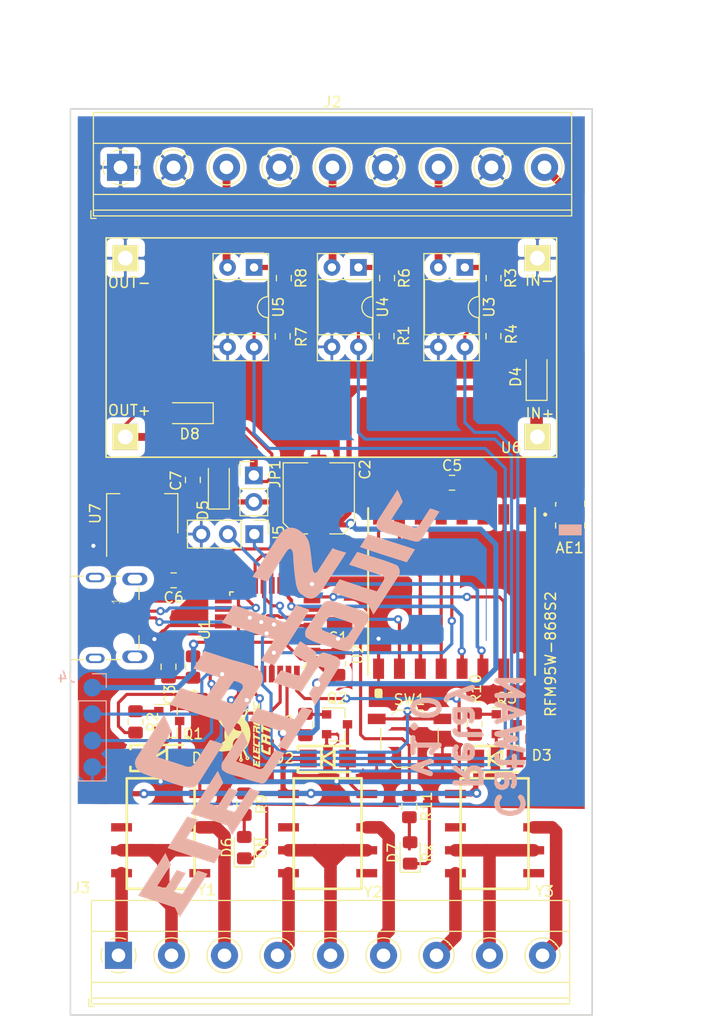
<source format=kicad_pcb>
(kicad_pcb (version 20221018) (generator pcbnew)
  (title_block (title "CatWAN Relay") (date "2020-10-18") (rev "1.0") (company "Electronic Cats") (comment 1 "Eduardo Contreras"))
  (layers (0 "F.Cu" signal) (31 "B.Cu" signal) (34 "B.Paste" user) (35 "F.Paste" user) (36 "B.SilkS" user "B.Silkscreen") (37 "F.SilkS" user "F.Silkscreen") (38 "B.Mask" user) (39 "F.Mask" user) (44 "Edge.Cuts" user))
  (net 0 "")
  (net 1 "GND")
  (net 2 "Net-(AE1-Pad1)")
  (net 3 "+3V3")
  (net 4 "Net-(C3-Pad1)")
  (net 5 "Net-(D1-Pad2)")
  (net 6 "Net-(D2-Pad2)")
  (net 7 "Net-(D3-Pad2)")
  (net 8 "+24V")
  (net 9 "Net-(D4-Pad2)")
  (net 10 "/SWDIO")
  (net 11 "/SWCLK")
  (net 12 "/Tx")
  (net 13 "/Rx")
  (net 14 "Net-(JP1-Pad1)")
  (net 15 "Net-(Q1-Pad1)")
  (net 16 "Net-(Q2-Pad1)")
  (net 17 "Net-(Q3-Pad1)")
  (net 18 "/DI2")
  (net 19 "/DO1")
  (net 20 "Net-(R3-Pad1)")
  (net 21 "/IA2")
  (net 22 "/DI1")
  (net 23 "/DO2")
  (net 24 "Net-(R6-Pad1)")
  (net 25 "/IB2")
  (net 26 "/DI3")
  (net 27 "Net-(R8-Pad1)")
  (net 28 "/IC2")
  (net 29 "/DO3")
  (net 30 "/RST")
  (net 31 "/DIO0")
  (net 32 "/DIO1")
  (net 33 "/DIO2")
  (net 34 "/DIO5")
  (net 35 "/SS")
  (net 36 "/MOSI")
  (net 37 "/SCK")
  (net 38 "/MISO")
  (net 39 "/RFM_RST")
  (net 40 "Net-(U2-Pad11)")
  (net 41 "Net-(U2-Pad12)")
  (net 42 "/NC1")
  (net 43 "/COM1")
  (net 44 "/NO1")
  (net 45 "/NC2")
  (net 46 "/COM2")
  (net 47 "/NO2")
  (net 48 "/NC3")
  (net 49 "/COM3")
  (net 50 "/NO3")
  (net 51 "Net-(Y1-Pad7)")
  (net 52 "Net-(Y1-Pad4)")
  (net 53 "Net-(Y2-Pad7)")
  (net 54 "Net-(Y2-Pad4)")
  (net 55 "Net-(Y3-Pad7)")
  (net 56 "Net-(Y3-Pad4)")
  (net 57 "Net-(U1-Pad4)")
  (net 58 "Net-(U1-Pad11)")
  (net 59 "Net-(U1-Pad12)")
  (net 60 "Net-(U1-Pad27)")
  (net 61 "VBUS")
  (net 62 "Net-(C7-Pad1)")
  (net 63 "/D-")
  (net 64 "/D+")
  (net 65 "Net-(D6-Pad2)")
  (net 66 "Net-(D7-Pad2)")
  (net 67 "/Rx_LED")
  (net 68 "Net-(D8-Pad1)")
  (net 69 "Net-(D8-Pad2)")
  (footprint "Capacitor_SMD:C_Elec_6.3x7.7" (layer "F.Cu") (at 141.4 102.15 90)
    (fp_text reference "C2")
    (fp_text value "470uF")
  )
  (footprint "Capacitor_SMD:C_0805_2012Metric_Pad1.15x1.40mm_HandSolder" (layer "F.Cu") (at 154.175 100.65)
    (fp_text reference "C5")
    (fp_text value "0.1uF")
  )
  (footprint "Capacitor_SMD:C_0805_2012Metric_Pad1.15x1.40mm_HandSolder" (layer "F.Cu") (at 127.493 110.01 180)
    (fp_text reference "C6")
    (fp_text value "10uF")
  )
  (footprint "Capacitor_SMD:C_0805_2012Metric_Pad1.15x1.40mm_HandSolder" (layer "F.Cu") (at 129.336 100.378 -90)
    (fp_text reference "C7")
    (fp_text value "10uF")
  )
  (footprint "agroin:F4007" (layer "F.Cu") (at 124.35 127)
    (fp_text reference "D1")
    (fp_text value "FM4007W-W")
  )
  (footprint "agroin:F4007" (layer "F.Cu") (at 140.4 127.1)
    (fp_text reference "D2")
    (fp_text value "FM4007W-W")
  )
  (footprint "agroin:F4007" (layer "F.Cu") (at 156.45 127.1)
    (fp_text reference "D3")
    (fp_text value "FM4007W-W")
  )
  (footprint "Diode_SMD:D_SOD-123" (layer "F.Cu") (at 162.275 90.5 90)
    (fp_text reference "D4")
    (fp_text value "FM4007W-W")
  )
  (footprint "Diode_SMD:D_SOD-123" (layer "F.Cu") (at 131.82 100.922 90)
    (fp_text reference "D5")
    (fp_text value "MBR120")
  )
  (footprint "LED_SMD:LED_0805_2012Metric_Pad1.15x1.40mm_HandSolder" (layer "F.Cu") (at 134.258 135.648 90)
    (fp_text reference "D6")
    (fp_text value "ON")
  )
  (footprint "LED_SMD:LED_0805_2012Metric_Pad1.15x1.40mm_HandSolder" (layer "F.Cu") (at 150.157 136.156 90)
    (fp_text reference "D7")
    (fp_text value "Rx")
  )
  (footprint "TerminalBlock_Phoenix:TerminalBlock_Phoenix_MKDS-1,5-9-5.08_1x09_P5.08mm_Horizontal" (layer "F.Cu") (at 122.4 70.4)
    (fp_text reference "J2")
    (fp_text value "INPUTS")
  )
  (footprint "TerminalBlock_Phoenix:TerminalBlock_Phoenix_MKDS-1,5-9-5.08_1x09_P5.08mm_Horizontal" (layer "F.Cu") (at 122.205 145.975)
    (fp_text reference "J3")
    (fp_text value "OUTPUTS")
  )
  (footprint "Connector_PinHeader_2.54mm:PinHeader_1x03_P2.54mm_Vertical" (layer "F.Cu") (at 135.226 105.576 -90)
    (fp_text reference "J5")
    (fp_text value "Serial")
  )
  (footprint "Connector_PinHeader_2.54mm:PinHeader_1x02_P2.54mm_Vertical" (layer "F.Cu") (at 135.178 99.95)
    (fp_text reference "JP1")
    (fp_text value "ADJ")
  )
  (footprint "Package_TO_SOT_SMD:SOT-23" (layer "F.Cu") (at 143.154 123.82)
    (fp_text reference "Q2")
    (fp_text value "MMBT2222A")
  )
  (footprint "Resistor_SMD:R_0805_2012Metric_Pad1.15x1.40mm_HandSolder" (layer "F.Cu") (at 147.9 86.585 90)
    (fp_text reference "R1")
    (fp_text value "10K")
  )
  (footprint "Resistor_SMD:R_0805_2012Metric_Pad1.15x1.40mm_HandSolder" (layer "F.Cu") (at 123.838 123.59 -90)
    (fp_text reference "R2")
    (fp_text value "1K")
  )
  (footprint "Resistor_SMD:R_0805_2012Metric_Pad1.15x1.40mm_HandSolder" (layer "F.Cu") (at 158.15 81.025 -90)
    (fp_text reference "R3")
    (fp_text value "330R")
  )
  (footprint "Resistor_SMD:R_0805_2012Metric_Pad1.15x1.40mm_HandSolder" (layer "F.Cu") (at 158.14 86.595 90)
    (fp_text reference "R4")
    (fp_text value "10K")
  )
  (footprint "Resistor_SMD:R_0805_2012Metric_Pad1.15x1.40mm_HandSolder" (layer "F.Cu") (at 140.12 123.84 -90)
    (fp_text reference "R5")
    (fp_text value "1K")
  )
  (footprint "Resistor_SMD:R_0805_2012Metric_Pad1.15x1.40mm_HandSolder" (layer "F.Cu") (at 147.95 81.025 -90)
    (fp_text reference "R6")
    (fp_text value "330R")
  )
  (footprint "Resistor_SMD:R_0805_2012Metric_Pad1.15x1.40mm_HandSolder" (layer "F.Cu") (at 137.94 86.605 90)
    (fp_text reference "R7")
    (fp_text value "10K")
  )
  (footprint "Resistor_SMD:R_0805_2012Metric_Pad1.15x1.40mm_HandSolder" (layer "F.Cu") (at 138.05 81.025 -90)
    (fp_text reference "R8")
    (fp_text value "330R")
  )
  (footprint "Resistor_SMD:R_0805_2012Metric_Pad1.15x1.40mm_HandSolder" (layer "F.Cu") (at 134.268 131.478 -90)
    (fp_text reference "R9")
    (fp_text value "120R")
  )
  (footprint "Resistor_SMD:R_0805_2012Metric_Pad1.15x1.40mm_HandSolder" (layer "F.Cu") (at 156.342 123.799 -90)
    (fp_text reference "R10")
    (fp_text value "1K")
  )
  (footprint "Resistor_SMD:R_0805_2012Metric_Pad1.15x1.40mm_HandSolder" (layer "F.Cu") (at 150.082 131.706 -90)
    (fp_text reference "R11")
    (fp_text value "120R")
  )
  (footprint "Button_Switch_SMD:SW_SPST_TL3342" (layer "F.Cu") (at 150.1 125.2)
    (fp_text reference "SW1")
    (fp_text value "RST")
  )
  (footprint "Package_QFP:TQFP-32_7x7mm_P0.8mm" (layer "F.Cu") (at 136.5 114.75 90)
    (fp_text reference "U1")
    (fp_text value "ATSAMD21E")
  )
  (footprint "agroin:RFM95W" (layer "F.Cu") (at 154.132 111.086 90)
    (fp_text reference "U2")
    (fp_text value "RFM95W-868S2")
  )
  (footprint "Package_DIP:DIP-4_W7.62mm_Socket" (layer "F.Cu") (at 155.4 80 -90)
    (fp_text reference "U3")
    (fp_text value "LTV-817")
  )
  (footprint "Package_DIP:DIP-4_W7.62mm_Socket" (layer "F.Cu") (at 145.2 80 -90)
    (fp_text reference "U4")
    (fp_text value "LTV-817")
  )
  (footprint "Package_DIP:DIP-4_W7.62mm_Socket" (layer "F.Cu") (at 135.2 80 -90)
    (fp_text reference "U5")
    (fp_text value "LTV-817")
  )
  (footprint "agroin:LM2596DC-DC" (layer "F.Cu") (at 164.2 98.2 180)
    (fp_text reference "U6")
    (fp_text value "LM2596_DC-DC")
  )
  (footprint "Package_TO_SOT_SMD:SOT-223-3_TabPin2" (layer "F.Cu") (at 124.482 103.61 90)
    (fp_text reference "U7")
    (fp_text value "AP2114H-3.3TRG1")
  )
  (footprint "agroin:UD2-3NU" (layer "F.Cu") (at 123 129)
    (fp_text reference "Y1")
    (fp_text value "UD2-3NU")
  )
  (footprint "agroin:UD2-3NU" (layer "F.Cu") (at 139 129)
    (fp_text reference "Y2")
    (fp_text value "UD2-3NU")
  )
  (footprint "agroin:UD2-3NU" (layer "F.Cu") (at 155 129)
    (fp_text reference "Y3")
    (fp_text value "UD2-3NU")
  )
  (footprint "USB:629105150521" (layer "F.Cu") (at 122.724 113.614 -90)
    (fp_text reference "J10")
    (fp_text value "USB_B")
  )
  (footprint "Package_TO_SOT_SMD:SOT-23" (layer "F.Cu") (at 159.416 123.806)
    (fp_text reference "Q3")
    (fp_text value "MMBT2222A")
  )
  (footprint "Capacitor_SMD:C_0805_2012Metric_Pad1.15x1.40mm_HandSolder" (layer "F.Cu") (at 127 118.3 -90)
    (fp_text reference "C3")
    (fp_text value "1uF")
  )
  (footprint "Capacitor_SMD:C_0805_2012Metric_Pad1.15x1.40mm_HandSolder" (layer "F.Cu") (at 129.35 118.325 -90)
    (fp_text reference "C4")
    (fp_text value "0.1uF")
  )
  (footprint "Connectors:MOLEX_1661" (layer "F.Cu") (at 165.5 103.7 -90)
    (fp_text reference "AE1")
    (fp_text value "Antenna_Shield")
  )
  (footprint "Capacitor_SMD:C_0805_2012Metric_Pad1.15x1.40mm_HandSolder" (layer "F.Cu") (at 143.25 118.05 90)
    (fp_text reference "C1")
    (fp_text value "0.1uF")
  )
  (footprint "Diode_SMD:D_SOD-123" (layer "F.Cu") (at 129.032 93.98 180)
    (fp_text reference "D8")
    (fp_text value "MBR120")
  )
  (footprint "Aesthetics:electronic_cats_logo_4x3" (layer "F.Cu") (at 134.28 124.78 90)
    (fp_text reference "G***" hide)
    (fp_text value "LOGO" hide)
  )
  (footprint "Package_TO_SOT_SMD:SOT-23" (layer "F.Cu") (at 127.07 123.498)
    (fp_text reference "Q1")
    (fp_text value "MMBT2222A")
  )
  (footprint "Connector_PinHeader_2.54mm:PinHeader_1x04_P2.54mm_Vertical" (layer "B.Cu") (at 119.7 120.3 180)
    (fp_text reference "J4")
    (fp_text value "SWD")
  )
  (footprint "Aesthetics:titule_electronic_med" (layer "B.Cu") (at 138.34 121.83 90)
    (fp_text reference "svg2mod" hide)
    (fp_text value "electronic" hide)
  )
  (gr_line (start 117.6 151.7) (end 117.6 64.8) (stroke (width 0.15)) (layer "Edge.Cuts"))
  (gr_line (start 117.6 64.8) (end 167.6 64.8) (stroke (width 0.15)) (layer "Edge.Cuts"))
  (gr_line (start 167.6 151.7) (end 117.6 151.7) (stroke (width 0.15)) (layer "Edge.Cuts"))
  (gr_line (start 167.6 64.8) (end 167.6 151.7) (stroke (width 0.15)) (layer "Edge.Cuts"))
  (gr_text "CatWAN \nRelay\nv1.0" (at 155.58 124.98 270) (layer "B.SilkS") (effects (font (size 2.5 2.5) (thickness 0.5)) (justify mirror)))
  (segment (start 150.157 137.181) (end 151.721 137.181) (width 0.3) (layer "F.Cu") (net 1))
  (segment (start 127.048429 114.35) (end 126.539617 114.858812) (width 0.3) (layer "F.Cu") (net 1))
  (segment (start 134.258 136.673) (end 135.058 136.673) (width 0.3) (layer "F.Cu") (net 1))
  (segment (start 147.132 115.612) (end 147.13 115.61) (width 0.3) (layer "F.Cu") (net 1))
  (segment (start 126.07 129.12) (end 126.25 129.3) (width 0.3) (layer "F.Cu") (net 1))
  (segment (start 143.25 117.025) (end 142.975 116.75) (width 0.3) (layer "F.Cu") (net 1))
  (segment (start 136.416 135.315) (end 136.416 131.838) (width 0.3) (layer "F.Cu") (net 1))
  (segment (start 151.721 137.181) (end 151.998 136.904) (width 0.3) (layer "F.Cu") (net 1))
  (segment (start 126.539617 114.858812) (end 126.441188 114.858812) (width 0.3) (layer "F.Cu") (net 1))
  (segment (start 142.154 127.802) (end 142.154 128.332) (width 0.3) (layer "F.Cu") (net 1))
  (segment (start 142.154 124.77) (end 142.154 127.802) (width 0.3) (layer "F.Cu") (net 1))
  (segment (start 126.441188 114.858812) (end 125.65 115.65) (width 0.3) (layer "F.Cu") (net 1))
  (segment (start 129.35 119.35) (end 127.025 119.35) (width 0.3) (layer "F.Cu") (net 1))
  (segment (start 135.058 136.673) (end 136.416 135.315) (width 0.3) (layer "F.Cu") (net 1))
  (segment (start 158.416 124.756) (end 158.416 128.892293) (width 0.3) (layer "F.Cu") (net 1))
  (segment (start 132.25 114.35) (end 127.048429 114.35) (width 0.3) (layer "F.Cu") (net 1))
  (segment (start 147.132 118.486) (end 147.132 115.612) (width 0.3) (layer "F.Cu") (net 1))
  (segment (start 142.975 116.75) (end 140.75 116.75) (width 0.3) (layer "F.Cu") (net 1))
  (segment (start 123.774 114.264) (end 123.774 114.914) (width 0.3) (layer "F.Cu") (net 1))
  (segment (start 142.154 128.332) (end 143.098 129.276) (width 0.3) (layer "F.Cu") (net 1))
  (segment (start 158.416 128.892293) (end 158.673763 129.150056) (width 0.3) (layer "F.Cu") (net 1))
  (segment (start 151.998 136.904) (end 151.998 131.1) (width 0.3) (layer "F.Cu") (net 1))
  (segment (start 126.07 124.448) (end 126.07 129.12) (width 0.3) (layer "F.Cu") (net 1))
  (segment (start 119.86 106.76) (end 119.8 106.7) (width 0.3) (layer "F.Cu") (net 1))
  (segment (start 136.416 131.838) (end 136.248 131.67) (width 0.3) (layer "F.Cu") (net 1))
  (segment (start 122.182 106.76) (end 119.86 106.76) (width 0.3) (layer "F.Cu") (net 1))
  (segment (start 127.025 119.35) (end 127 119.325) (width 0.3) (layer "F.Cu") (net 1))
  (via (at 125.65 115.65) (size 0.8) (drill 0.4) (layers "F.Cu" "B.Cu") (net 1))
  (via (at 126.25 129.3) (size 0.8) (drill 0.4) (layers "F.Cu" "B.Cu") (net 1))
  (via (at 119.8 106.7) (size 0.8) (drill 0.4) (layers "F.Cu" "B.Cu") (net 1))
  (via (at 143.098 129.276) (size 0.8) (drill 0.4) (layers "F.Cu" "B.Cu") (net 1))
  (via (at 147.13 115.61) (size 0.8) (drill 0.4) (layers "F.Cu" "B.Cu") (net 1))
  (via (at 143.25 115.61) (size 0.8) (drill 0.4) (layers "F.Cu" "B.Cu") (net 1))
  (via (at 158.673763 129.150056) (size 0.8) (drill 0.4) (layers "F.Cu" "B.Cu") (net 1))
  (segment (start 147.13 115.61) (end 143.25 115.61) (width 0.3) (layer "B.Cu") (net 1))
  (segment (start 164 103.7) (end 161.146 103.7) (width 0.5) (layer "F.Cu") (net 2))
  (segment (start 161.146 103.7) (end 161.132 103.686) (width 0.5) (layer "F.Cu") (net 2))
  (segment (start 122.5 127.5) (end 123 127) (width 0.5) (layer "F.Cu") (net 3))
  (segment (start 147.9 91) (end 147.9 91.55) (width 0.5) (layer "F.Cu") (net 3))
  (segment (start 147.05 91.55) (end 145.15 91.55) (width 0.5) (layer "F.Cu") (net 3))
  (segment (start 122.525 130.475) (end 122.5 130.5) (width 0.5) (layer "F.Cu") (net 3))
  (segment (start 145.15 91.55) (end 144.25 91.55) (width 0.5) (layer "F.Cu") (net 3))
  (segment (start 144.3 100.05) (end 144.3 92.25) (width 0.5) (layer "F.Cu") (net 3))
  (segment (start 158.14 87.62) (end 159.268 87.62) (width 0.75) (layer "F.Cu") (net 3))
  (segment (start 139.7875 104.6875) (end 137.59 102.49) (width 0.5) (layer "F.Cu") (net 3))
  (segment (start 144.3 92.25) (end 144.45 92.25) (width 0.5) (layer "F.Cu") (net 3))
  (segment (start 137.97801 127.87999) (end 138.758 127.1) (width 0.5) (layer "F.Cu") (net 3))
  (segment (start 143.1625 104.6875) (end 144.3 103.55) (width 0.5) (layer "F.Cu") (net 3))
  (segment (start 147.05 91.55) (end 147.35 91.55) (width 0.5) (layer "F.Cu") (net 3))
  (segment (start 143.1625 104.6875) (end 144.3875 104.6875) (width 0.5) (layer "F.Cu") (net 3))
  (segment (start 153.15 100.65) (end 153.15 103.668) (width 0.5) (layer "F.Cu") (net 3))
  (segment (start 147.95 82.05) (end 158.15 82.05) (width 0.75) (layer "F.Cu") (net 3))
  (segment (start 144.3 100.75) (end 144.3 100.05) (width 0.5) (layer "F.Cu") (net 3))
  (segment (start 138.758 127.1) (end 138.758 127.09198) (width 0.5) (layer "F.Cu") (net 3))
  (segment (start 138.85 91.55) (end 137.94 90.64) (width 0.5) (layer "F.Cu") (net 3))
  (segment (start 146.3 100.65) (end 145 100.65) (width 0.5) (layer "F.Cu") (net 3))
  (segment (start 134.268 130.453) (end 138.453 130.453) (width 0.5) (layer "F.Cu") (net 3))
  (segment (start 144.5 101.15) (end 145 100.65) (width 0.5) (layer "F.Cu") (net 3))
  (segment (start 156 130.5) (end 154.5 130.5) (width 0.5) (layer "F.Cu") (net 3))
  (segment (start 144.45 92.25) (end 145.15 91.55) (width 0.5) (layer "F.Cu") (net 3))
  (segment (start 138.05 82.05) (end 147.95 82.05) (width 0.75) (layer "F.Cu") (net 3))
  (segment (start 129.4 116.15) (end 129.4 117.25) (width 0.5) (layer "F.Cu") (net 3))
  (segment (start 156 130.4) (end 156.45 129.95) (width 0.5) (layer "F.Cu") (net 3))
  (segment (start 129.4 117.25) (end 129.35 117.3) (width 0.5) (layer "F.Cu") (net 3))
  (segment (start 144.4 100.65) (end 144.3 100.75) (width 0.5) (layer "F.Cu") (net 3))
  (segment (start 159.268 87.62) (end 160.02 86.868) (width 0.75) (layer "F.Cu") (net 3))
  (segment (start 123 127) (end 124.35 127) (width 0.5) (layer "F.Cu") (net 3))
  (segment (start 147.35 91.55) (end 147.9 91) (width 0.5) (layer "F.Cu") (net 3))
  (segment (start 138.55 130.45) (end 138.5 130.5) (width 0.5) (layer "F.Cu") (net 3))
  (segment (start 140.4 127.1) (end 138.758 127.1) (width 0.5) (layer "F.Cu") (net 3))
  (segment (start 137.97801 127.04401) (end 137.97801 127.95001) (width 0.5) (layer "F.Cu") (net 3))
  (segment (start 144.9 100.65) (end 144.3 100.05) (width 0.5) (layer "F.Cu") (net 3))
  (segment (start 148.9 91.55) (end 148.45 91.55) (width 0.5) (layer "F.Cu") (net 3))
  (segment (start 146.3 100.65) (end 153.15 100.65) (width 0.5) (layer "F.Cu") (net 3))
  (segment (start 137.59 102.49) (end 135.178 102.49) (width 0.5) (layer "F.Cu") (net 3))
  (segment (start 159.266 82.05) (end 160.02 82.804) (width 0.75) (layer "F.Cu") (net 3))
  (segment (start 137.97801 127.95001) (end 137.97801 127.87999) (width 0.5) (layer "F.Cu") (net 3))
  (segment (start 144.3 92.25) (end 144.25 92.25) (width 0.5) (layer "F.Cu") (net 3))
  (segment (start 160.02 82.804) (end 160.02 86.868) (width 0.75) (layer "F.Cu") (net 3))
  (segment (start 156.45 129.425) (end 156.45 130.35) (width 0.5) (layer "F.Cu") (net 3))
  (segment (start 139.664998 117.55) (end 139.722 117.55) (width 0.3) (layer "F.Cu") (net 3))
  (segment (start 145 100.65) (end 144.4 100.65) (width 0.5) (layer "F.Cu") (net 3))
  (segment (start 137.97801 126.31199) (end 137.97801 127.04401) (width 0.5) (layer "F.Cu") (net 3))
  (segment (start 141.4 104.6875) (end 143.1625 104.6875) (width 0.5) (layer "F.Cu") (net 3))
  (segment (start 138.453 130.453) (end 138.5 130.5) (width 0.5) (layer "F.Cu") (net 3))
  (segment (start 137.97801 124.636) (end 137.97801 126.31199) (width 0.5) (layer "F.Cu") (net 3))
  (segment (start 144.3 101.15) (end 144.5 101.15) (width 0.5) (layer "F.Cu") (net 3))
  (segment (start 145 100.65) (end 144.9 100.65) (width 0.5) (layer "F.Cu") (net 3))
  (segment (start 148.9 91.55) (end 147.9 91.55) (width 0.5) (layer "F.Cu") (net 3))
  (segment (start 141.4 104.6875) (end 139.7875 104.6875) (width 0.5) (layer "F.Cu") (net 3))
  (segment (start 142.45 119.075) (end 141.000001 117.625001) (width 0.5) (layer "F.Cu") (net 3))
  (segment (start 143.55 91.55) (end 138.85 91.55) (width 0.5) (layer "F.Cu") (net 3))
  (segment (start 137.97801 127.95001) (end 137.97801 129.97801) (width 0.5) (layer "F.Cu") (net 3))
  (segment (start 158.14 90.86) (end 157.45 91.55) (width 0.5) (layer "F.Cu") (net 3))
  (segment (start 156.15 91.55) (end 148.9 91.55) (width 0.5) (layer "F.Cu") (net 3))
  (segment (start 144.3875 104.6875) (end 144.475 104.6) (width 0.5) (layer "F.Cu") (net 3))
  (segment (start 158.14 87.62) (end 158.14 90.86) (width 0.5) (layer "F.Cu") (net 3))
  (segment (start 142.4 119.925) (end 143.25 119.075) (width 0.5) (layer "F.Cu") (net 3))
  (segment (start 144.25 91.55) (end 143.55 91.55) (width 0.5) (layer "F.Cu") (net 3))
  (segment (start 158.15 82.05) (end 159.266 82.05) (width 0.75) (layer "F.Cu") (net 3))
  (segment (start 132.25 115.95) (end 138.064998 115.95) (width 0.3) (layer "F.Cu") (net 3))
  (segment (start 122.5 130.5) (end 122.5 127.5) (width 0.5) (layer "F.Cu") (net 3))
  (segment (start 141.25 119.925) (end 142.4 119.925) (width 0.5) (layer "F.Cu") (net 3))
  (segment (start 132.25 115.95) (end 129.6 115.95) (width 0.3) (layer "F.Cu") (net 3))
  (segment (start 156.45 129.425) (end 156.45 129.95) (width 0.5) (layer "F.Cu") (net 3))
  (segment (start 138.758 127.1) (end 138.034 127.1) (width 0.5) (layer "F.Cu") (net 3))
  (segment (start 156.45 130.35) (end 156.525 130.425) (width 0.5) (layer "F.Cu") (net 3))
  (segment (start 138.034 127.1) (end 137.97801 127.04401) (width 0.5) (layer "F.Cu") (net 3))
  (segment (start 144.3 91.6) (end 144.25 91.55) (width 0.5) (layer "F.Cu") (net 3))
  (segment (start 143.25 119.075) (end 142.45 119.075) (width 0.5) (layer "F.Cu") (net 3))
  (segment (start 124.65 130.475) (end 122.525 130.475) (width 0.5) (layer "F.Cu") (net 3))
  (segment (start 137.97801 129.97801) (end 138.5 130.5) (width 0.5) (layer "F.Cu") (net 3))
  (segment (start 129.6 115.95) (end 129.4 116.15) (width 0.3) (layer "F.Cu") (net 3))
  (segment (start 140.65 130.45) (end 138.55 130.45) (width 0.5) (layer "F.Cu") (net 3))
  (segment (start 148.45 91.55) (end 147.9 91) (width 0.5) (layer "F.Cu") (net 3))
  (segment (start 144.3 101.15) (end 144.3 100.75) (width 0.5) (layer "F.Cu") (net 3))
  (segment (start 135.178 102.49) (end 131.902 102.49) (width 0.5) (layer "F.Cu") (net 3))
  (segment (start 156 130.5) (end 156 130.4) (width 0.5) (layer "F.Cu") (net 3))
  (segment (start 153.15 103.668) (end 153.132 103.686) (width 0.5) (layer "F.Cu") (net 3))
  (segment (start 144.25 92.25) (end 143.55 91.55) (width 0.5) (layer "F.Cu") (net 3))
  (segment (start 138.758 127.09198) (end 137.97801 126.31199) (width 0.5) (layer "F.Cu") (net 3))
  (segment (start 138.064998 115.95) (end 139.664998 117.55) (width 0.3) (layer "F.Cu") (net 3))
  (segment (start 137.94 90.64) (end 137.94 87.63) (width 0.5) (layer "F.Cu") (net 3))
  (segment (start 147.9 87.61) (end 147.9 91) (width 0.5) (layer "F.Cu") (net 3))
  (segment (start 144.3 103.55) (end 144.3 102.35) (width 0.5) (layer "F.Cu") (net 3))
  (segment (start 147.9 91.55) (end 147.05 91.55) (width 0.5) (layer "F.Cu") (net 3))
  (segment (start 156.45 127.1) (end 156.45 129.425) (width 0.5) (layer "F.Cu") (net 3))
  (segment (start 131.902 102.49) (end 131.82 102.572) (width 0.5) (layer "F.Cu") (net 3))
  (segment (start 144.3 102.35) (end 144.3 101.15) (width 0.5) (layer "F.Cu") (net 3))
  (segment (start 157.45 91.55) (end 156.15 91.55) (width 0.5) (layer "F.Cu") (net 3))
  (segment (start 144.3 92.25) (end 144.3 91.6) (width 0.5) (layer "F.Cu") (net 3))
  (segment (start 140.75 117.55) (end 139.722 117.55) (width 0.3) (layer "F.Cu") (net 3))
  (via (at 141.25 119.925) (size 1) (drill 0.6) (layers "F.Cu" "B.Cu") (net 3))
  (via (at 124.65 130.475) (size 0.9) (drill 0.45) (layers "F.Cu" "B.Cu") (net 3))
  (via (at 140.65 130.45) (size 0.9) (drill 0.45) (layers "F.Cu" "B.Cu") (net 3))
  (via (at 137.97801 124.636) (size 1) (drill 0.6) (layers "F.Cu" "B.Cu") (net 3))
  (via (at 144.475 104.6) (size 1) (drill 0.6) (layers "F.Cu" "B.Cu") (net 3))
  (via (at 156.525 130.425) (size 0.9) (drill 0.45) (layers "F.Cu" "B.Cu") (net 3))
  (via (at 129.4 116.15) (size 0.9) (drill 0.45) (layers "F.Cu" "B.Cu") (net 3))
  (segment (start 156.899999 105.099999) (end 144.974999 105.099999) (width 0.5) (layer "B.Cu") (net 3))
  (segment (start 137.97801 124.636) (end 140.788 124.636) (width 0.5) (layer "B.Cu") (net 3))
  (segment (start 155.863604 130.45) (end 140.65 130.45) (width 0.5) (layer "B.Cu") (net 3))
  (segment (start 141.25 124.174) (end 140.788 124.636) (width 0.5) (layer "B.Cu") (net 3))
  (segment (start 156.903 119.925) (end 158.375 118.453) (width 0.5) (layer "B.Cu") (net 3))
  (segment (start 129.4 118.8) (end 129.4 116.15) (width 0.5) (layer "B.Cu") (net 3))
  (segment (start 144.974999 105.099999) (end 144.475 104.6) (width 0.5) (layer "B.Cu") (net 3))
  (segment (start 155.888604 130.425) (end 155.863604 130.45) (width 0.5) (layer "B.Cu") (net 3))
  (segment (start 158.375 118.453) (end 158.375 106.575) (width 0.5) (layer "B.Cu") (net 3))
  (segment (start 156.525 130.425) (end 155.888604 130.425) (width 0.5) (layer "B.Cu") (net 3))
  (segment (start 124.675 130.45) (end 124.65 130.475) (width 0.5) (layer "B.Cu") (net 3))
  (segment (start 140.65 130.45) (end 124.675 130.45) (width 0.5) (layer "B.Cu") (net 3))
  (segment (start 141.25 119.925) (end 156.903 119.925) (width 0.5) (layer "B.Cu") (net 3))
  (segment (start 141.25 119.925) (end 141.25 124.174) (width 0.5) (layer "B.Cu") (net 3))
  (segment (start 119.7 120.3) (end 127.9 120.3) (width 0.5) (layer "B.Cu") (net 3))
  (segment (start 127.9 120.3) (end 129.4 118.8) (width 0.5) (layer "B.Cu") (net 3))
  (segment (start 158.375 106.575) (end 156.899999 105.099999) (width 0.5) (layer "B.Cu") (net 3))
  (segment (start 132.25 115.15) (end 127.35 115.15) (width 0.3) (layer "F.Cu") (net 4))
  (segment (start 127.35 115.15) (end 127 115.5) (width 0.3) (layer "F.Cu") (net 4))
  (segment (start 127 115.5) (end 127 117.275) (width 0.3) (layer "F.Cu") (net 4))
  (segment (start 128.07 123.498) (end 128.07 126.96) (width 0.3) (layer "F.Cu") (net 5))
  (segment (start 130 130.5) (end 130 127.75) (width 0.3) (layer "F.Cu") (net 5))
  (segment (start 130 127.75) (end 129.25 127) (width 0.3) (layer "F.Cu") (net 5))
  (segment (start 129.25 127) (end 128.11 127) (width 0.3) (layer "F.Cu") (net 5))
  (segment (start 128.07 126.96) (end 128.11 127) (width 0.3) (layer "F.Cu") (net 5))
  (segment (start 144.154 127.094) (end 144.16 127.1) (width 0.3) (layer "F.Cu") (net 6))
  (segment (start 144.154 123.82) (end 144.154 127.094) (width 0.3) (layer "F.Cu") (net 6))
  (segment (start 144.16 127.1) (end 144.16 129.26) (width 0.3) (layer "F.Cu") (net 6))
  (segment (start 144.16 129.26) (end 145.4 130.5) (width 0.3) (layer "F.Cu") (net 6))
  (segment (start 145.4 130.5) (end 146 130.5) (width 0.3) (layer "F.Cu") (net 6))
  (segment (start 160.416 126.894) (end 160.21 127.1) (width 0.3) (layer "F.Cu") (net 7))
  (segment (start 161.31 127.1) (end 160.21 127.1) (width 0.3) (layer "F.Cu") (net 7))
  (segment (start 160.416 123.806) (end 160.416 126.894) (width 0.3) (layer "F.Cu") (net 7))
  (segment (start 162 127.79) (end 161.31 127.1) (width 0.3) (layer "F.Cu") (net 7))
  (segment (start 162 130.5) (end 162 127.79) (width 0.3) (layer "F.Cu") (net 7))
  (segment (start 162.275 92.15) (end 162.275 96.173) (width 1.2) (layer "F.Cu") (net 8))
  (segment (start 162.275 96.173) (end 162.3585 96.2565) (width 1.2) (layer "F.Cu") (net 8))
  (segment (start 162.275 88.85) (end 164.75 88.85) (width 0.75) (layer "F.Cu") (net 9))
  (segment (start 165.95 87.65) (end 165.95 73.31) (width 0.75) (layer "F.Cu") (net 9))
  (segment (start 164.75 88.85) (end 165.95 87.65) (width 0.75) (layer "F.Cu") (net 9))
  (segment (start 165.95 73.31) (end 163.04 70.4) (width 0.75) (layer "F.Cu") (net 9))
  (segment (start 132.25 118.902) (end 132.142 119.01) (width 0.3) (layer "F.Cu") (net 10))
  (segment (start 132.25 117.55) (end 132.25 118.902) (width 0.3) (layer "F.Cu") (net 10))
  (via (at 132.142 119.01) (size 0.8) (drill 0.4) (layers "F.Cu" "B.Cu") (net 10))
  (segment (start 130.71 119.01) (end 130.192 119.528) (width 0.3) (layer "B.Cu") (net 10))
  (segment (start 130.192 119.528) (end 130.192 122.396) (width 0.3) (layer "B.Cu") (net 10))
  (segment (start 129.748 122.84) (end 119.7 122.84) (width 0.3) (layer "B.Cu") (net 10))
  (segment (start 130.192 122.396) (end 129.748 122.84) (width 0.3) (layer "B.Cu") (net 10))
  (segment (start 132.142 119.01) (end 130.71 119.01) (width 0.3) (layer "B.Cu") (net 10))
  (segment (start 130.999999 119.819999) (end 131.124 119.944) (width 0.3) (layer "F.Cu") (net 11))
  (segment (start 130.999999 116.900001) (end 130.999999 119.819999) (width 0.3) (layer "F.Cu") (net 11))
  (segment (start 132.25 116.75) (end 131.15 116.75) (width 0.3) (layer "F.Cu") (net 11))
  (segment (start 131.15 116.75) (end 130.999999 116.900001) (width 0.3) (layer "F.Cu") (net 11))
  (via (at 131.124 119.944) (size 0.8) (drill 0.4) (layers "F.Cu" "B.Cu") (net 11))
  (segment (start 119.7 125.38) (end 130.314 125.38) (width 0.3) (layer "B.Cu") (net 11))
  (segment (start 130.314 125.38) (end 131.124 124.57) (width 0.3) (layer "B.Cu") (net 11))
  (segment (start 131.124 124.57) (end 131.124 119.944) (width 0.3) (layer "B.Cu") (net 11))
  (segment (start 135.36 105.71) (end 135.226 105.576) (width 0.35) (layer "F.Cu") (net 12))
  (segment (start 140.75 114.35) (end 137.199846 114.35) (width 0.3) (layer "F.Cu") (net 12))
  (segment (start 137.199846 114.35) (end 137.103418 114.253572) (width 0.3) (layer "F.Cu") (net 12))
  (via (at 137.103418 114.253572) (size 0.8) (drill 0.4) (layers "F.Cu" "B.Cu") (net 12))
  (segment (start 135.226 105.576) (end 135.226 106.726) (width 0.3) (layer "B.Cu") (net 12))
  (segment (start 136.821328 108.321328) (end 136.821328 113.405797) (width 0.3) (layer "B.Cu") (net 12))
  (segment (start 136.821328 113.405797) (end 137.103418 113.687887) (width 0.3) (layer "B.Cu") (net 12))
  (segment (start 135.226 106.726) (end 136.821328 108.321328) (width 0.3) (layer "B.Cu") (net 12))
  (segment (start 137.103418 113.687887) (end 137.103418 114.253572) (width 0.3) (layer "B.Cu") (net 12))
  (segment (start 136.287656 113.616623) (end 135.887657 114.016622) (width 0.3) (layer "F.Cu") (net 13))
  (segment (start 140.75 113.55) (end 137.657848 113.55) (width 0.3) (layer "F.Cu") (net 13))
  (segment (start 137.657848 113.55) (end 137.511419 113.403571) (width 0.3) (layer "F.Cu") (net 13))
  (segment (start 137.511419 113.403571) (end 136.500708 113.403571) (width 0.3) (layer "F.Cu") (net 13))
  (segment (start 136.500708 113.403571) (end 136.287656 113.616623) (width 0.3) (layer "F.Cu") (net 13))
  (via (at 135.887657 114.016622) (size 0.8) (drill 0.4) (layers "F.Cu" "B.Cu") (net 13))
  (segment (start 135.887657 113.450937) (end 135.887657 114.016622) (width 0.3) (layer "B.Cu") (net 13))
  (segment (start 136.221317 113.117277) (end 135.887657 113.450937) (width 0.3) (layer "B.Cu") (net 13))
  (segment (start 132.686 105.576) (end 136.221317 109.111317) (width 0.3) (layer "B.Cu") (net 13))
  (segment (start 136.221317 109.111317) (end 136.221317 113.117277) (width 0.3) (layer "B.Cu") (net 13))
  (segment (start 135.178 97.328) (end 134.1065 96.2565) (width 0.75) (layer "F.Cu") (net 14))
  (segment (start 134.1065 96.2565) (end 122.8615 96.2565) (width 0.75) (layer "F.Cu") (net 14))
  (segment (start 135.178 99.95) (end 135.178 97.328) (width 0.75) (layer "F.Cu") (net 14))
  (segment (start 126.053 122.565) (end 126.07 122.548) (width 0.3) (layer "F.Cu") (net 15))
  (segment (start 123.838 122.565) (end 126.053 122.565) (width 0.3) (layer "F.Cu") (net 15))
  (segment (start 140.175 122.87) (end 140.12 122.815) (width 0.3) (layer "F.Cu") (net 16))
  (segment (start 142.154 122.87) (end 140.175 122.87) (width 0.3) (layer "F.Cu") (net 16))
  (segment (start 158.416 122.856) (end 156.424 122.856) (width 0.3) (layer "F.Cu") (net 17))
  (segment (start 156.424 122.856) (end 156.342 122.774) (width 0.3) (layer "F.Cu") (net 17))
  (segment (start 134.5 119) (end 134.5 121.5) (width 0.3) (layer "F.Cu") (net 18))
  (segment (start 145.74 85.56) (end 146.79 85.56) (width 0.3) (layer "F.Cu") (net 18))
  (segment (start 145.2 87.62) (end 145.2 86.1) (width 0.3) (layer "F.Cu") (net 18))
  (segment (start 146.79 85.56) (end 147.9 85.56) (width 0.3) (layer "F.Cu") (net 18))
  (segment (start 145.2 86.1) (end 145.74 85.56) (width 0.3) (layer "F.Cu") (net 18))
  (via (at 134.5 121.5) (size 0.8) (drill 0.4) (layers "F.Cu" "B.Cu") (net 18))
  (segment (start 158.28 96.47) (end 145.834 96.47) (width 0.3) (layer "B.Cu") (net 18))
  (segment (start 134.5 126.668) (end 135.526 127.694) (width 0.3) (layer "B.Cu") (net 18))
  (segment (start 159.875022 126.772978) (end 159.875022 98.065022) (width 0.3) (layer "B.Cu") (net 18))
  (segment (start 159.875022 98.065022) (end 158.28 96.47) (width 0.3) (layer "B.Cu") (net 18))
  (segment (start 134.5 121.5) (end 134.5 126.668) (width 0.3) (layer "B.Cu") (net 18))
  (segment (start 145.834 96.47) (end 145.2 95.836) (width 0.3) (layer "B.Cu") (net 18))
  (segment (start 135.526 127.694) (end 158.954 127.694) (width 0.3) (layer "B.Cu") (net 18))
  (segment (start 145.2 95.836) (end 145.2 87.62) (width 0.3) (layer "B.Cu") (net 18))
  (segment (start 158.954 127.694) (end 159.875022 126.772978) (width 0.3) (layer "B.Cu") (net 18))
  (segment (start 155.078 124.824) (end 154.85 124.596) (width 0.3) (layer "F.Cu") (net 19))
  (segment (start 154.85 121.6) (end 154.6 121.35) (width 0.3) (layer "F.Cu") (net 19))
  (segment (start 140.04 121.35) (end 144.036 121.35) (width 0.3) (layer "F.Cu") (net 19))
  (segment (start 156.342 124.824) (end 155.718 124.2) (width 0.3) (layer "F.Cu") (net 19))
  (segment (start 154.85 124.596) (end 154.85 121.6) (width 0.3) (layer "F.Cu") (net 19))
  (segment (start 156.342 124.824) (end 155.078 124.824) (width 0.3) (layer "F.Cu") (net 19))
  (segment (start 139.3 120.61) (end 140.04 121.35) (width 0.3) (layer "F.Cu") (net 19))
  (segment (start 139.3 119) (end 139.3 120.61) (width 0.3) (layer "F.Cu") (net 19))
  (via (at 144.036 121.35) (size 0.8) (drill 0.4) (layers "F.Cu" "B.Cu") (net 19))
  (via (at 154.6 121.35) (size 0.8) (drill 0.4) (layers "F.Cu" "B.Cu") (net 19))
  (segment (start 154.6 121.35) (end 144.036 121.35) (width 0.3) (layer "B.Cu") (net 19))
  (segment (start 155.4 80) (end 158.15 80) (width 0.5) (layer "F.Cu") (net 20))
  (segment (start 152.88 79.98) (end 152.86 80) (width 0.75) (layer "F.Cu") (net 21))
  (segment (start 152.88 70.4) (end 152.88 79.98) (width 0.75) (layer "F.Cu") (net 21))
  (segment (start 135.2 87.62) (end 135.2 86.2) (width 0.3) (layer "F.Cu") (net 22))
  (segment (start 135.2 86.2) (end 135.82 85.58) (width 0.3) (layer "F.Cu") (net 22))
  (segment (start 135.3 120.881391) (end 135.345578 120.926969) (width 0.3) (layer "F.Cu") (net 22))
  (segment (start 135.345578 120.926969) (end 135.745577 121.326968) (width 0.3) (layer "F.Cu") (net 22))
  (segment (start 135.3 119) (end 135.3 120.881391) (width 0.3) (layer "F.Cu") (net 22))
  (segment (start 135.82 85.58) (end 137.94 85.58) (width 0.3) (layer "F.Cu") (net 22))
  (via (at 135.745577 121.326968) (size 0.8) (drill 0.4) (layers "F.Cu" "B.Cu") (net 22))
  (segment (start 159.275011 99.277011) (end 157.354 97.356) (width 0.3) (layer "B.Cu") (net 22))
  (segment (start 136.365989 127.093989) (end 158.036011 127.093989) (width 0.3) (layer "B.Cu") (net 22))
  (segment (start 135.2 95.818) (end 135.2 87.62) (width 0.3) (layer "B.Cu") (net 22))
  (segment (start 157.354 97.356) (end 136.61 97.356) (width 0.3) (layer "B.Cu") (net 22))
  (segment (start 135.745577 121.326968) (end 135.745577 126.473577) (width 0.3) (layer "B.Cu") (net 22))
  (segment (start 135.136 95.882) (end 135.2 95.818) (width 0.3) (layer "B.Cu") (net 22))
  (segment (start 159.275011 125.854989) (end 159.275011 99.277011) (width 0.3) (layer "B.Cu") (net 22))
  (segment (start 135.745577 126.473577) (end 136.365989 127.093989) (width 0.3) (layer "B.Cu") (net 22))
  (segment (start 136.61 97.356) (end 135.136 95.882) (width 0.3) (layer "B.Cu") (net 22))
  (segment (start 158.036011 127.093989) (end 159.275011 125.854989) (width 0.3) (layer "B.Cu") (net 22))
  (segment (start 138.5 119.937636) (end 138.357913 120.079723) (width 0.3) (layer "F.Cu") (net 23))
  (segment (start 138.357913 123.102913) (end 139.496628 124.241628) (width 0.3) (layer "F.Cu") (net 23))
  (segment (start 138.357913 120.079723) (end 138.357913 123.102913) (width 0.3) (layer "F.Cu") (net 23))
  (segment (start 139.496628 124.241628) (end 140.12 124.865) (width 0.3) (layer "F.Cu") (net 23))
  (segment (start 138.5 119) (end 138.5 119.937636) (width 0.3) (layer "F.Cu") (net 23))
  (segment (start 145.2 80) (end 147.95 80) (width 0.5) (layer "F.Cu") (net 24))
  (segment (start 142.72 79.94) (end 142.66 80) (width 0.75) (layer "F.Cu") (net 25))
  (segment (start 142.72 70.4) (end 142.72 79.94) (width 0.75) (layer "F.Cu") (net 25))
  (segment (start 156.31863 85.57) (end 158.14 85.57) (width 0.3) (layer "F.Cu") (net 26))
  (segment (start 133.15 121.5) (end 133 121.5) (width 0.3) (layer "F.Cu") (net 26))
  (segment (start 133.7 120.95) (end 133.15 121.5) (width 0.3) (layer "F.Cu") (net 26))
  (segment (start 155.4 87.62) (end 155.4 86.48863) (width 0.3) (layer "F.Cu") (net 26))
  (segment (start 133.7 119) (end 133.7 120.95) (width 0.3) (layer "F.Cu") (net 26))
  (segment (start 155.4 86.48863) (end 156.31863 85.57) (width 0.3) (layer "F.Cu") (net 26))
  (via (at 133 121.5) (size 0.8) (drill 0.4) (layers "F.Cu" "B.Cu") (net 26))
  (segment (start 160.475033 97.81649) (end 158.475272 95.816728) (width 0.3) (layer "B.Cu") (net 26))
  (segment (start 155.4 87.62) (end 155.4 94.87) (width 0.3) (layer "B.Cu") (net 26))
  (segment (start 160.475033 127.518967) (end 160.475033 97.81649) (width 0.3) (layer "B.Cu") (net 26))
  (segment (start 159.693954 128.300046) (end 160.475033 127.518967) (width 0.3) (layer "B.Cu") (net 26))
  (segment (start 156.346728 95.816728) (end 158.475272 95.816728) (width 0.3) (layer "B.Cu") (net 26))
  (segment (start 133 121.5) (end 133 127.4) (width 0.3) (layer "B.Cu") (net 26))
  (segment (start 155.4 94.87) (end 156.346728 95.816728) (width 0.3) (layer "B.Cu") (net 26))
  (segment (start 133.900046 128.300046) (end 159.693954 128.300046) (width 0.3) (layer "B.Cu") (net 26))
  (segment (start 133 127.4) (end 133.900046 128.300046) (width 0.3) (layer "B.Cu") (net 26))
  (segment (start 138.05 80) (end 135.2 80) (width 0.5) (layer "F.Cu") (net 27))
  (segment (start 132.56 79.9) (end 132.66 80) (width 0.75) (layer "F.Cu") (net 28))
  (segment (start 132.56 70.4) (end 132.56 79.9) (width 0.75) (layer "F.Cu") (net 28))
  (segment (start 122.2 121.75) (end 122.2 124) (width 0.3) (layer "F.Cu") (net 29))
  (segment (start 123 120.95) (end 122.2 121.75) (width 0.3) (layer "F.Cu") (net 29))
  (segment (start 137.7 119) (end 137.7 121.7) (width 0.3) (layer "F.Cu") (net 29))
  (segment (start 122.2 124) (end 122.815 124.615) (width 0.3) (layer "F.Cu") (net 29))
  (segment (start 122.815 124.615) (end 123.838 124.615) (width 0.3) (layer "F.Cu") (net 29))
  (segment (start 132.35 122.75) (end 130.55 120.95) (width 0.3) (layer "F.Cu") (net 29))
  (segment (start 136.65 122.75) (end 132.35 122.75) (width 0.3) (layer "F.Cu") (net 29))
  (segment (start 137.7 121.7) (end 136.65 122.75) (width 0.3) (layer "F.Cu") (net 29))
  (segment (start 130.55 120.95) (end 123 120.95) (width 0.3) (layer "F.Cu") (net 29))
  (segment (start 149.5 123.3) (end 149.9 122.9) (width 0.3) (layer "F.Cu") (net 30))
  (segment (start 133.2 112.75) (end 132.25 112.75) (width 0.3) (layer "F.Cu") (net 30))
  (segment (start 149.9 122.9) (end 149.9 122.55001) (width 0.3) (layer "F.Cu") (net 30))
  (segment (start 150.05 123.3) (end 149.45 123.3) (width 0.3) (layer "F.Cu") (net 30))
  (segment (start 149.9 122.9) (end 149.9 123.15) (width 0.3) (layer "F.Cu") (net 30))
  (segment (start 134.00399 115.09999) (end 133.7 114.796) (width 0.3) (layer "F.Cu") (net 30))
  (segment (start 150.35 123.3) (end 150.05 123.3) (width 0.3) (layer "F.Cu") (net 30))
  (segment (start 150.35 123.3) (end 150.3 123.3) (width 0.3) (layer "F.Cu") (net 30))
  (segment (start 133.7 114.796) (end 133.7 113.25) (width 0.3) (layer "F.Cu") (net 30))
  (segment (start 133.7 113.25) (end 133.2 112.75) (width 0.3) (layer "F.Cu") (net 30))
  (segment (start 149.9 123.15) (end 150.05 123.3) (width 0.3) (layer "F.Cu") (net 30))
  (segment (start 150.3 123.3) (end 149.9 122.9) (width 0.3) (layer "F.Cu") (net 30))
  (segment (start 149.45 123.3) (end 149.5 123.3) (width 0.3) (layer "F.Cu") (net 30))
  (segment (start 149.45 123.3) (end 146.95 123.3) (width 0.3) (layer "F.Cu") (net 30))
  (segment (start 153.25 123.3) (end 150.35 123.3) (width 0.3) (layer "F.Cu") (net 30))
  (segment (start 136.40085 115.09999) (end 134.00399 115.09999) (width 0.3) (layer "F.Cu") (net 30))
  (via (at 136.40085 115.09999) (size 0.8) (drill 0.4) (layers "F.Cu" "B.Cu") (net 30))
  (via (at 149.9 122.55001) (size 0.8) (drill 0.4) (layers "F.Cu" "B.Cu") (net 30))
  (segment (start 136.828 120.878) (end 136.000851 120.050851) (width 0.3) (layer "B.Cu") (net 30))
  (segment (start 149.9 122.55001) (end 149.9 125.504) (width 0.3) (layer "B.Cu") (net 30))
  (segment (start 149.9 125.504) (end 148.910022 126.493978) (width 0.3) (layer "B.Cu") (net 30))
  (segment (start 136.000851 115.499989) (end 136.40085 115.09999) (width 0.3) (layer "B.Cu") (net 30))
  (segment (start 148.910022 126.493978) (end 137.743978 126.493978) (width 0.3) (layer "B.Cu") (net 30))
  (segment (start 136.000851 120.050851) (end 136.000851 115.499989) (width 0.3) (layer "B.Cu") (net 30))
  (segment (start 137.743978 126.493978) (end 136.828 125.578) (width 0.3) (layer "B.Cu") (net 30))
  (segment (start 136.828 125.578) (end 136.828 120.878) (width 0.3) (layer "B.Cu") (net 30))
  (segment (start 136.9 119) (end 136.9 117.153156) (width 0.3) (layer "F.Cu") (net 31))
  (segment (start 151.132 103.686) (end 151.132 106.432) (width 0.3) (layer "F.Cu") (net 31))
  (segment (start 151.132 106.432) (end 151.85 107.15) (width 0.3) (layer "F.Cu") (net 31))
  (segment (start 151.85 107.15) (end 153 107.15) (width 0.3) (layer "F.Cu") (net 31))
  (segment (start 154.15 108.3) (end 154.15 113.9) (width 0.3) (layer "F.Cu") (net 31))
  (segment (start 153 107.15) (end 154.15 108.3) (width 0.3) (layer "F.Cu") (net 31))
  (segment (start 136.9 117.153156) (end 137.100009 116.953147) (width 0.3) (layer "F.Cu") (net 31))
  (via (at 154.15 113.9) (size 0.8) (drill 0.4) (layers "F.Cu" "B.Cu") (net 31))
  (via (at 137.100009 116.953147) (size 0.8) (drill 0.4) (layers "F.Cu" "B.Cu") (net 31))
  (segment (start 153.296853 116.953147) (end 137.665694 116.953147) (width 0.3) (layer "B.Cu") (net 31))
  (segment (start 137.665694 116.953147) (end 137.100009 116.953147) (width 0.3) (layer "B.Cu") (net 31))
  (segment (start 154.15 116.1) (end 153.296853 116.953147) (width 0.3) (layer "B.Cu") (net 31))
  (segment (start 154.15 113.9) (end 154.15 116.1) (width 0.3) (layer "B.Cu") (net 31))
  (segment (start 149.132 106.768) (end 149.132 103.686) (width 0.3) (layer "F.Cu") (net 32))
  (segment (start 148.300022 107.599978) (end 149.132 106.768) (width 0.3) (layer "F.Cu") (net 32))
  (segment (start 136.000022 107.599978) (end 148.300022 107.599978) (width 0.3) (layer "F.Cu") (net 32))
  (segment (start 135.3 108.3) (end 136.000022 107.599978) (width 0.3) (layer "F.Cu") (net 32))
  (segment (start 135.3 110.5) (end 135.3 108.3) (width 0.3) (layer "F.Cu") (net 32))
  (segment (start 147.132 103.686) (end 147.132 106.318) (width 0.3) (layer "F.Cu") (net 33))
  (segment (start 133.350033 106.999967) (end 132.25 108.1) (width 0.3) (layer "F.Cu") (net 33))
  (segment (start 146.450033 106.999967) (end 133.350033 106.999967) (width 0.3) (layer "F.Cu") (net 33))
  (segment (start 132.25 108.1) (end 132.25 111.95) (width 0.3) (layer "F.Cu") (net 33))
  (segment (start 147.132 106.318) (end 146.450033 106.999967) (width 0.3) (layer "F.Cu") (net 33))
  (segment (start 159.132 118.486) (end 159.132 112.032) (width 0.3) (layer "F.Cu") (net 34))
  (segment (start 141.1 111.6) (end 140.75 111.95) (width 0.3) (layer "F.Cu") (net 34))
  (segment (start 159.132 112.032) (end 158.7 111.6) (width 0.3) (layer "F.Cu") (net 34))
  (segment (start 158.7 111.6) (end 155.6 111.6) (width 0.3) (layer "F.Cu") (net 34))
  (segment (start 142.8 111.6) (end 141.1 111.6) (width 0.3) (layer "F.Cu") (net 34))
  (via (at 155.6 111.6) (size 0.8) (drill 0.4) (layers "F.Cu" "B.Cu") (net 34))
  (via (at 142.8 111.6) (size 0.8) (drill 0.4) (layers "F.Cu" "B.Cu") (net 34))
  (segment (start 155.6 111.6) (end 142.8 111.6) (width 0.3) (layer "B.Cu") (net 34))
  (segment (start 138.5 110.5) (end 138.5 111.65) (width 0.35) (layer "F.Cu") (net 35))
  (segment (start 138.769741 111.947534) (end 138.769741 112.513219) (width 0.35) (layer "F.Cu") (net 35))
  (segment (start 138.769741 111.919741) (end 138.769741 111.947534) (width 0.35) (layer "F.Cu") (net 35))
  (segment (start 138.5 111.65) (end 138.769741 111.919741) (width 0.35) (layer "F.Cu") (net 35))
  (segment (start 155.132 116.832) (end 155.1 116.8) (width 0.35) (layer "F.Cu") (net 35))
  (segment (start 155.132 118.486) (end 155.132 116.832) (width 0.35) (layer "F.Cu") (net 35))
  (via (at 155.1 116.8) (size 0.8) (drill 0.4) (layers "F.Cu" "B.Cu") (net 35))
  (via (at 138.769741 112.513219) (size 0.8) (drill 0.4) (layers "F.Cu" "B.Cu") (net 35))
  (segment (start 154.213219 112.513219) (end 139.335426 112.513219) (width 0.35) (layer "B.Cu") (net 35))
  (segment (start 139.335426 112.513219) (end 138.769741 112.513219) (width 0.35) (layer "B.Cu") (net 35))
  (segment (start 155.1 113.4) (end 154.213219 112.513219) (width 0.35) (layer "B.Cu") (net 35))
  (segment (start 155.1 116.8) (end 155.1 113.4) (width 0.35) (layer "B.Cu") (net 35))
  (segment (start 151.132 118.486) (end 151.132 111.382) (width 0.35) (layer "F.Cu") (net 36))
  (segment (start 151.132 109.632) (end 151.132 111.382) (width 0.3) (layer "F.Cu") (net 36))
  (segment (start 138.25 108.85) (end 150.35 108.85) (width 0.3) (layer "F.Cu") (net 36))
  (segment (start 137.7 109.4) (end 138.25 108.85) (width 0.3) (layer "F.Cu") (net 36))
  (segment (start 150.35 108.85) (end 151.132 109.632) (width 0.3) (layer "F.Cu") (net 36))
  (segment (start 137.7 110.5) (end 137.7 109.4) (width 0.3) (layer "F.Cu") (net 36))
  (segment (start 136.9 108.85) (end 136.9 110.5) (width 0.3) (layer "F.Cu") (net 37))
  (segment (start 153.132 118.486) (end 153.132 108.832) (width 0.3) (layer "F.Cu") (net 37))
  (segment (start 152.5 108.2) (end 137.55 108.2) (width 0.3) (layer "F.Cu") (net 37))
  (segment (start 153.132 108.832) (end 152.5 108.2) (width 0.3) (layer "F.Cu") (net 37))
  (segment (start 137.55 108.2) (end 136.9 108.85) (width 0.3) (layer "F.Cu") (net 37))
  (segment (start 136.953757 112.453757) (end 137.105653 112.453757) (width 0.3) (layer "F.Cu") (net 38))
  (segment (start 149.132 118.486) (end 149.132 113.882) (width 0.3) (layer "F.Cu") (net 38))
  (segment (start 137.105653 112.453757) (end 137.671338 112.453757) (width 0.3) (layer "F.Cu") (net 38))
  (segment (start 149.132 113.882) (end 149 113.75) (width 0.3) (layer "F.Cu") (net 38))
  (segment (start 136.1 110.5) (end 136.1 111.6) (width 0.3) (layer "F.Cu") (net 38))
  (segment (start 136.1 111.6) (end 136.953757 112.453757) (width 0.3) (layer "F.Cu") (net 38))
  (via (at 149 113.75) (size 0.8) (drill 0.4) (layers "F.Cu" "B.Cu") (net 38))
  (via (at 137.671338 112.453757) (size 0.8) (drill 0.4) (layers "F.Cu" "B.Cu") (net 38))
  (segment (start 137.671338 113.019442) (end 137.671338 112.453757) (width 0.3) (layer "B.Cu") (net 38))
  (segment (start 138.401896 113.75) (end 137.671338 113.019442) (width 0.3) (layer "B.Cu") (net 38))
  (segment (start 149 113.75) (end 138.401896 113.75) (width 0.3) (layer "B.Cu") (net 38))
  (segment (start 157 118.354) (end 157.132 118.486) (width 0.35) (layer "F.Cu") (net 39))
  (segment (start 139.3 110.5) (end 140.61499 110.5) (width 0.35) (layer "F.Cu") (net 39))
  (segment (start 157 116.75) (end 157 118.354) (width 0.35) (layer "F.Cu") (net 39))
  (segment (start 140.61499 110.5) (end 140.75 110.36499) (width 0.35) (layer "F.Cu") (net 39))
  (via (at 157 116.75) (size 0.8) (drill 0.4) (layers "F.Cu" "B.Cu") (net 39))
  (via (at 140.75 110.36499) (size 0.8) (drill 0.4) (layers "F.Cu" "B.Cu") (net 39))
  (segment (start 156.600001 116.350001) (end 156.600001 110.983164) (width 0.35) (layer "B.Cu") (net 39))
  (segment (start 141.315685 110.36499) (end 140.75 110.36499) (width 0.35) (layer "B.Cu") (net 39))
  (segment (start 156.600001 110.983164) (end 155.981827 110.36499) (width 0.35) (layer "B.Cu") (net 39))
  (segment (start 157 116.75) (end 156.600001 116.350001) (width 0.35) (layer "B.Cu") (net 39))
  (segment (start 155.981827 110.36499) (end 141.315685 110.36499) (width 0.35) (layer "B.Cu") (net 39))
  (segment (start 132.365 134.515) (end 132.365 145.975) (width 1.2) (layer "F.Cu") (net 42))
  (segment (start 131.55 133.7) (end 132.365 134.515) (width 1.2) (layer "F.Cu") (net 42))
  (segment (start 130 133.7) (end 131.55 133.7) (width 1.2) (layer "F.Cu") (net 42))
  (segment (start 126.5 140.5) (end 126.5 137) (width 1.2) (layer "F.Cu") (net 43))
  (segment (start 130 135.9) (end 127.4 135.9) (width 1.2) (layer "F.Cu") (net 43))
  (segment (start 127.4 135.9) (end 122.5 135.9) (width 1.2) (layer "F.Cu") (net 43))
  (segment (start 126.5 137) (end 126.5 136.8) (width 1.2) (layer "F.Cu") (net 43))
  (segment (start 126.5 137) (end 125.4 135.9) (width 1.2) (layer "F.Cu") (net 43))
  (segment (start 127.285 145.975) (end 127.285 141.285) (width 1.2) (layer "F.Cu") (net 43))
  (segment (start 125.4 135.9) (end 122.5 135.9) (width 1.2) (layer "F.Cu") (net 43))
  (segment (start 126.5 136.8) (end 127.4 135.9) (width 1.2) (layer "F.Cu") (net 43))
  (segment (start 127.285 141.285) (end 126.5 140.5) (width 1.2) (layer "F.Cu") (net 43))
  (segment (start 122.5 145.68) (end 122.205 145.975) (width 1.2) (layer "F.Cu") (net 44))
  (segment (start 122.5 138.1) (end 122.5 145.68) (width 1.2) (layer "F.Cu") (net 44))
  (segment (start 147.25 133.7) (end 148.1 134.55) (width 1.2) (layer "F.Cu") (net 45))
  (segment (start 147.605 144.136523) (end 147.605 145.975) (width 1.2) (layer "F.Cu") (net 45))
  (segment (start 148.1 143.641523) (end 147.605 144.136523) (width 1.2) (layer "F.Cu") (net 45))
  (segment (start 146 133.7) (end 147.25 133.7) (width 1.2) (layer "F.Cu") (net 45))
  (segment (start 148.1 134.55) (end 148.1 143.641523) (width 1.2) (layer "F.Cu") (net 45))
  (segment (start 142.375 136.025) (end 142.25 135.9) (width 0.3) (layer "F.Cu") (net 46))
  (segment (start 142.525 136.975) (end 142.525 136.175) (width 1.2) (layer "F.Cu") (net 46))
  (segment (start 144.7 135.9) (end 142.25 135.9) (width 0.3) (layer "F.Cu") (net 46))
  (segment (start 142.525 138.525) (end 142.525 136.975) (width 1.2) (layer "F.Cu") (net 46))
  (segment (start 141.05 135.9) (end 138.5 135.9) (width 1.2) (layer "F.Cu") (net 46))
  (segment (start 142.525 138.525) (end 142.525 137.375) (width 1.2) (layer "F.Cu") (net 46))
  (segment (start 142.525 136.975) (end 142.675 136.975) (width 1.2) (layer "F.Cu") (net 46))
  (segment (start 142.525 136.175) (end 142.375 136.025) (width 1.2) (layer "F.Cu") (net 46))
  (segment (start 142.525 145.975) (end 142.525 138.525) (width 1.2) (layer "F.Cu") (net 46))
  (segment (start 146 135.9) (end 144.7 135.9) (width 0.3) (layer "F.Cu") (net 46))
  (segment (start 142.25 135.9) (end 138.5 135.9) (width 0.3) (layer "F.Cu") (net 46))
  (segment (start 142.525 137.375) (end 141.05 135.9) (width 1.2) (layer "F.Cu") (net 46))
  (segment (start 143.75 135.9) (end 141.05 135.9) (width 1.2) (layer "F.Cu") (net 46))
  (segment (start 142.675 136.975) (end 143.75 135.9) (width 1.2) (layer "F.Cu") (net 46))
  (segment (start 146 135.9) (end 143.75 135.9) (width 1.2) (layer "F.Cu") (net 46))
  (segment (start 138.5 144.92) (end 137.445 145.975) (width 1.2) (layer "F.Cu") (net 47))
  (segment (start 138.5 138.1) (end 138.5 144.92) (width 1.2) (layer "F.Cu") (net 47))
  (segment (start 163.75 133.7) (end 164.144999 134.094999) (width 1.2) (layer "F.Cu") (net 48))
  (segment (start 162.845 145.975) (end 164.144999 144.675001) (width 1.2) (layer "F.Cu") (net 48))
  (segment (start 164.144999 144.675001) (end 164.144999 134.094999) (width 1.2) (layer "F.Cu") (net 48))
  (segment (start 162 133.7) (end 163.75 133.7) (width 1.2) (layer "F.Cu") (net 48))
  (segment (start 154.5 135.9) (end 162 135.9) (width 1.2) (layer "F.Cu") (net 49))
  (segment (start 157.45 135.9) (end 157.65 135.9) (width 0.3) (layer "F.Cu") (net 49))
  (segment (start 157.765 145.975) (end 157.765 136.215) (width 1.2) (layer "F.Cu") (net 49))
  (segment (start 157.65 135.9) (end 157.765 136.015) (width 0.3) (layer "F.Cu") (net 49))
  (segment (start 157.765 136.215) (end 157.45 135.9) (width 1.2) (layer "F.Cu") (net 49))
  (segment (start 154.5 135.9) (end 157.45 135.9) (width 0.3) (layer "F.Cu") (net 49))
  (segment (start 157.65 135.9) (end 162 135.9) (width 0.3) (layer "F.Cu") (net 49))
  (segment (start 157.765 136.015) (end 157.765 145.975) (width 0.3) (layer "F.Cu") (net 49))
  (segment (start 154.5 144.16) (end 152.685 145.975) (width 1.2) (layer "F.Cu") (net 50))
  (segment (start 154.5 138.1) (end 154.5 144.16) (width 1.2) (layer "F.Cu") (net 50))
  (segment (start 128.518 108.496) (end 126.782 106.76) (width 0.5) (layer "F.Cu") (net 61))
  (segment (start 125.038 112) (end 127.328 112) (width 0.3) (layer "F.Cu") (net 61))
  (segment (start 123.774 112.314) (end 124.724 112.314) (width 0.3) (layer "F.Cu") (net 61))
  (segment (start 128.518 110.81) (end 127.328 112) (width 0.5) (layer "F.Cu") (net 61))
  (segment (start 124.724 112.314) (end 125.038 112) (width 0.3) (layer "F.Cu") (net 61))
  (segment (start 128.518 110.01) (end 128.518 108.496) (width 0.5) (layer "F.Cu") (net 61))
  (segment (start 128.518 110.01) (end 128.518 110.81) (width 0.5) (layer "F.Cu") (net 61))
  (segment (start 125.589 99.353) (end 124.482 100.46) (width 0.5) (layer "F.Cu") (net 62))
  (segment (start 129.417 99.272) (end 129.336 99.353) (width 0.5) (layer "F.Cu") (net 62))
  (segment (start 131.82 99.272) (end 129.417 99.272) (width 0.5) (layer "F.Cu") (net 62))
  (segment (start 124.482 106.76) (end 124.482 100.46) (width 0.5) (layer "F.Cu") (net 62))
  (segment (start 129.336 99.353) (end 125.589 99.353) (width 0.5) (layer "F.Cu") (net 62))
  (segment (start 134.5 110.5) (end 134.5 111.789945) (width 0.3) (layer "F.Cu") (net 63))
  (segment (start 123.774 112.964) (end 126.236 112.964) (width 0.3) (layer "F.Cu") (net 63))
  (segment (start 134.971316 112.261261) (end 135.371315 112.66126) (width 0.3) (layer "F.Cu") (net 63))
  (segment (start 134.5 111.789945) (end 134.971316 112.261261) (width 0.3) (layer "F.Cu") (net 63))
  (via (at 135.371315 112.66126) (size 0.8) (drill 0.4) (layers "F.Cu" "B.Cu") (net 63))
  (via (at 126.236 112.964) (size 0.8) (drill 0.4) (layers "F.Cu" "B.Cu") (net 63))
  (segment (start 126.801685 112.964) (end 127.104425 112.66126) (width 0.3) (layer "B.Cu") (net 63))
  (segment (start 127.104425 112.66126) (end 135.371315 112.66126) (width 0.3) (layer "B.Cu") (net 63))
  (segment (start 126.236 112.964) (end 126.801685 112.964) (width 0.3) (layer "B.Cu") (net 63))
  (segment (start 133.7 112.401457) (end 134.392859 113.094316) (width 0.3) (layer "F.Cu") (net 64))
  (segment (start 133.7 110.5) (end 133.7 112.401457) (width 0.3) (layer "F.Cu") (net 64))
  (segment (start 123.774 113.614) (end 125.736805 113.614) (width 0.3) (layer "F.Cu") (net 64))
  (segment (start 134.392859 113.094316) (end 134.392859 113.196896) (width 0.3) (layer "F.Cu") (net 64))
  (segment (start 125.736805 113.614) (end 126.131616 114.008811) (width 0.3) (layer "F.Cu") (net 64))
  (segment (start 134.392859 113.196896) (end 134.792858 113.596895) (width 0.3) (layer "F.Cu") (net 64))
  (via (at 126.131616 114.008811) (size 0.8) (drill 0.4) (layers "F.Cu" "B.Cu") (net 64))
  (via (at 134.792858 113.596895) (size 0.8) (drill 0.4) (layers "F.Cu" "B.Cu") (net 64))
  (segment (start 134.392859 113.996894) (end 134.792858 113.596895) (width 0.3) (layer "B.Cu") (net 64))
  (segment (start 126.131616 114.008811) (end 134.380942 114.008811) (width 0.3) (layer "B.Cu") (net 64))
  (segment (start 134.380942 114.008811) (end 134.392859 113.996894) (width 0.3) (layer "B.Cu") (net 64))
  (segment (start 134.258 134.623) (end 134.258 132.513) (width 0.3) (layer "F.Cu") (net 65))
  (segment (start 134.258 132.513) (end 134.268 132.503) (width 0.3) (layer "F.Cu") (net 65))
  (segment (start 150.082 132.731) (end 150.082 135.782) (width 0.3) (layer "F.Cu") (net 66))
  (segment (start 150.082 125.882) (end 150.082 130.681) (width 0.3) (layer "F.Cu") (net 67))
  (segment (start 145.410001 113.560001) (end 145.410001 124.810001) (width 0.3) (layer "F.Cu") (net 67))
  (segment (start 144.6 112.75) (end 145.410001 113.560001) (width 0.3) (layer "F.Cu") (net 67))
  (segment (start 149.4 125.2) (end 150.082 125.882) (width 0.3) (layer "F.Cu") (net 67))
  (segment (start 140.75 112.75) (end 144.6 112.75) (width 0.3) (layer "F.Cu") (net 67))
  (segment (start 145.410001 124.810001) (end 145.8 125.2) (width 0.3) (layer "F.Cu") (net 67))
  (segment (start 145.8 125.2) (end 149.4 125.2) (width 0.3) (layer "F.Cu") (net 67))
  (segment (start 134.448231 95.431491) (end 136.906 97.88926) (width 0.3) (layer "F.Cu") (net 68))
  (segment (start 136.906 100.076) (end 136.44863 100.53337) (width 0.3) (layer "F.Cu") (net 68))
  (segment (start 131.23349 95.43149) (end 134.448231 95.431491) (width 0.3) (layer "F.Cu") (net 68))
  (segment (start 130.682 94.88) (end 131.23349 95.43149) (width 0.3) (layer "F.Cu") (net 68))
  (segment (start 136.906 97.88926) (end 136.906 100.076) (width 0.3) (layer "F.Cu") (net 68))
  (segment (start 130.682 93.98) (end 130.682 94.88) (width 0.3) (layer "F.Cu") (net 68))
  (segment (start 136.44863 100.53337) (end 135.76137 100.53337) (width 0.3) (layer "F.Cu") (net 68))
  (segment (start 127.382 93.98) (end 123.97126 93.98) (width 0.3) (layer "F.Cu") (net 69))
  (segment (start 122.03649 95.91477) (end 122.03649 96.59823) (width 0.3) (layer "F.Cu") (net 69))
  (segment (start 123.97126 93.98) (end 122.03649 95.91477) (width 0.3) (layer "F.Cu") (net 69))
  (segment (start 122.03649 96.59823) (end 122.27813 96.83987) (width 0.3) (layer "F.Cu") (net 69))
  (zone (net 1) (net_name "GND") (layer "F.Cu") (connect_pads (clearance 0.508)) (min_thickness 0.254) (fill yes (thermal_gap 0.508) (thermal_bridge_width 0.508))
    (polygon (pts (xy 110.85 57.8) (xy 178.85 57.75) (xy 179.95 132.2) (xy 111.55 131.5)))
  )
  (zone (net 1) (net_name "GND") (layer "B.Cu") (connect_pads (clearance 0.508)) (min_thickness 0.254) (fill yes (thermal_gap 0.508) (thermal_bridge_width 0.508))
    (polygon (pts (xy 111.85 55.1) (xy 178.95 54.35) (xy 180.15 131.9) (xy 111.25 131.55)))
  )
)
</source>
